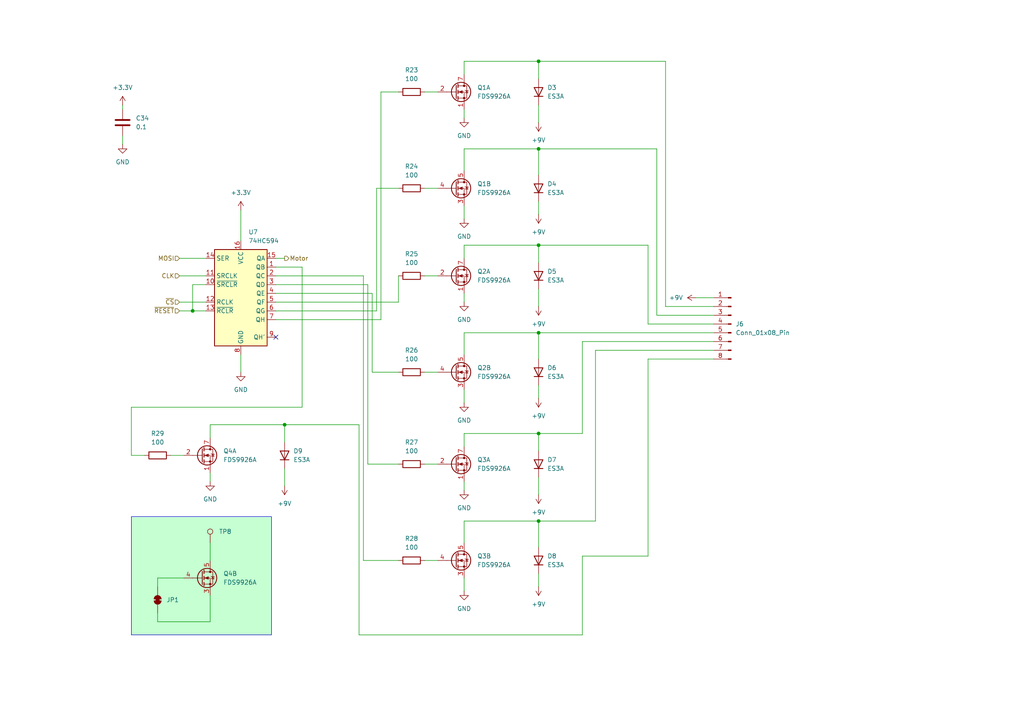
<source format=kicad_sch>
(kicad_sch (version 20231120) (generator "eeschema") (generator_version "8.0")
  (paper "A4")
  (title_block (title "Valves interface") (company "RoboWay"))
  (lib_symbols
    (symbol "74xx:74HC594"
      (property "Reference" "U" (at -7.62 13.97 0))
      (property "Value" "74HC594" (at -7.62 -16.51 0))
      (symbol "74HC594_1_0"
        (pin output line (at 10.16 7.62 180) (length 2.54) (name "QB") (number "1"))
        (pin input line (at -10.16 2.54 0) (length 2.54) (name "~{SRCLR}") (number "10"))
        (pin input line (at -10.16 5.08 0) (length 2.54) (name "SRCLK") (number "11"))
        (pin input line (at -10.16 -2.54 0) (length 2.54) (name "RCLK") (number "12"))
        (pin input line (at -10.16 -5.08 0) (length 2.54) (name "~{RCLR}") (number "13"))
        (pin input line (at -10.16 10.16 0) (length 2.54) (name "SER") (number "14"))
        (pin output line (at 10.16 10.16 180) (length 2.54) (name "QA") (number "15"))
        (pin power_in line (at 0 15.24 270) (length 2.54) (name "VCC") (number "16"))
        (pin output line (at 10.16 5.08 180) (length 2.54) (name "QC") (number "2"))
        (pin output line (at 10.16 2.54 180) (length 2.54) (name "QD") (number "3"))
        (pin output line (at 10.16 0 180) (length 2.54) (name "QE") (number "4"))
        (pin output line (at 10.16 -2.54 180) (length 2.54) (name "QF") (number "5"))
        (pin output line (at 10.16 -5.08 180) (length 2.54) (name "QG") (number "6"))
        (pin output line (at 10.16 -7.62 180) (length 2.54) (name "QH") (number "7"))
        (pin power_in line (at 0 -17.78 90) (length 2.54) (name "GND") (number "8"))
        (pin output line (at 10.16 -12.7 180) (length 2.54) (name "QH'") (number "9"))
      )
      (symbol "74HC594_1_1"
        (rectangle (start -7.62 12.7) (end 7.62 -15.24) (stroke (width 0.254)) (fill (type background)))
      )
    )
    (symbol "Connector:Conn_01x08_Pin" (pin_names (offset 1.016) hide)
      (property "Reference" "J" (at 0 10.16 0))
      (property "Value" "Conn_01x08_Pin" (at 0 -12.7 0))
      (symbol "Conn_01x08_Pin_1_1"
        (polyline (pts (xy 1.27 -10.16) (xy 0.8636 -10.16)) (stroke (width 0.1524)))
        (polyline (pts (xy 1.27 -7.62) (xy 0.8636 -7.62)) (stroke (width 0.1524)))
        (polyline (pts (xy 1.27 -5.08) (xy 0.8636 -5.08)) (stroke (width 0.1524)))
        (polyline (pts (xy 1.27 -2.54) (xy 0.8636 -2.54)) (stroke (width 0.1524)))
        (polyline (pts (xy 1.27 0) (xy 0.8636 0)) (stroke (width 0.1524)))
        (polyline (pts (xy 1.27 2.54) (xy 0.8636 2.54)) (stroke (width 0.1524)))
        (polyline (pts (xy 1.27 5.08) (xy 0.8636 5.08)) (stroke (width 0.1524)))
        (polyline (pts (xy 1.27 7.62) (xy 0.8636 7.62)) (stroke (width 0.1524)))
        (rectangle (start 0.8636 -10.033) (end 0 -10.287) (stroke (width 0.1524)) (fill (type outline)))
        (rectangle (start 0.8636 -7.493) (end 0 -7.747) (stroke (width 0.1524)) (fill (type outline)))
        (rectangle (start 0.8636 -4.953) (end 0 -5.207) (stroke (width 0.1524)) (fill (type outline)))
        (rectangle (start 0.8636 -2.413) (end 0 -2.667) (stroke (width 0.1524)) (fill (type outline)))
        (rectangle (start 0.8636 0.127) (end 0 -0.127) (stroke (width 0.1524)) (fill (type outline)))
        (rectangle (start 0.8636 2.667) (end 0 2.413) (stroke (width 0.1524)) (fill (type outline)))
        (rectangle (start 0.8636 5.207) (end 0 4.953) (stroke (width 0.1524)) (fill (type outline)))
        (rectangle (start 0.8636 7.747) (end 0 7.493) (stroke (width 0.1524)) (fill (type outline)))
        (pin passive line (at 5.08 7.62 180) (length 3.81) (name "Pin_1") (number "1"))
        (pin passive line (at 5.08 5.08 180) (length 3.81) (name "Pin_2") (number "2"))
        (pin passive line (at 5.08 2.54 180) (length 3.81) (name "Pin_3") (number "3"))
        (pin passive line (at 5.08 0 180) (length 3.81) (name "Pin_4") (number "4"))
        (pin passive line (at 5.08 -2.54 180) (length 3.81) (name "Pin_5") (number "5"))
        (pin passive line (at 5.08 -5.08 180) (length 3.81) (name "Pin_6") (number "6"))
        (pin passive line (at 5.08 -7.62 180) (length 3.81) (name "Pin_7") (number "7"))
        (pin passive line (at 5.08 -10.16 180) (length 3.81) (name "Pin_8") (number "8"))
      )
    )
    (symbol "Connector:TestPoint" (pin_numbers hide) (pin_names (offset 0.762) hide)
      (property "Reference" "TP" (at 0 6.858 0))
      (property "Value" "TestPoint" (at 0 5.08 0))
      (symbol "TestPoint_0_1"
        (circle (center 0 3.302) (radius 0.762))
      )
      (symbol "TestPoint_1_1"
        (pin passive line (at 0 0 90) (length 2.54) (name "1") (number "1"))
      )
    )
    (symbol "Device:C" (pin_numbers hide) (pin_names (offset 0.254))
      (property "Reference" "C" (at 0.635 2.54 0))
      (property "Value" "C" (at 0.635 -2.54 0))
      (symbol "C_0_1"
        (polyline (pts (xy -2.032 -0.762) (xy 2.032 -0.762)) (stroke (width 0.508)))
        (polyline (pts (xy -2.032 0.762) (xy 2.032 0.762)) (stroke (width 0.508)))
      )
      (symbol "C_1_1"
        (pin passive line (at 0 3.81 270) (length 2.794) (name "~") (number "1"))
        (pin passive line (at 0 -3.81 90) (length 2.794) (name "~") (number "2"))
      )
    )
    (symbol "Device:D" (pin_numbers hide) (pin_names (offset 1.016) hide)
      (property "Reference" "D" (at 0 2.54 0))
      (property "Value" "D" (at 0 -2.54 0))
      (symbol "D_0_1"
        (polyline (pts (xy -1.27 1.27) (xy -1.27 -1.27)) (stroke (width 0.254)))
        (polyline (pts (xy 1.27 0) (xy -1.27 0)))
        (polyline (pts (xy 1.27 1.27) (xy 1.27 -1.27) (xy -1.27 0) (xy 1.27 1.27)) (stroke (width 0.254)))
      )
      (symbol "D_1_1"
        (pin passive line (at -3.81 0 0) (length 2.54) (name "K") (number "1"))
        (pin passive line (at 3.81 0 180) (length 2.54) (name "A") (number "2"))
      )
    )
    (symbol "Device:R" (pin_numbers hide) (pin_names (offset 0))
      (property "Reference" "R" (at 2.032 0 90))
      (property "Value" "R" (at 0 0 90))
      (symbol "R_0_1"
        (rectangle (start -1.016 -2.54) (end 1.016 2.54) (stroke (width 0.254)))
      )
      (symbol "R_1_1"
        (pin passive line (at 0 3.81 270) (length 1.27) (name "~") (number "1"))
        (pin passive line (at 0 -3.81 90) (length 1.27) (name "~") (number "2"))
      )
    )
    (symbol "Jumper:SolderJumper_2_Bridged" (pin_numbers hide) (pin_names (offset 0) hide) (exclude_from_sim yes) (in_bom no)
      (property "Reference" "JP" (at 0 2.032 0))
      (property "Value" "SolderJumper_2_Bridged" (at 0 -2.54 0))
      (symbol "SolderJumper_2_Bridged_0_1"
        (rectangle (start -0.508 0.508) (end 0.508 -0.508) (fill (type outline)))
        (arc (start -0.254 1.016) (mid -1.2656 0) (end -0.254 -1.016))
        (arc (start -0.254 1.016) (mid -1.2656 0) (end -0.254 -1.016) (fill (type outline)))
        (polyline (pts (xy -0.254 1.016) (xy -0.254 -1.016)))
        (polyline (pts (xy 0.254 1.016) (xy 0.254 -1.016)))
        (arc (start 0.254 -1.016) (mid 1.2656 0) (end 0.254 1.016))
        (arc (start 0.254 -1.016) (mid 1.2656 0) (end 0.254 1.016) (fill (type outline)))
      )
      (symbol "SolderJumper_2_Bridged_1_1"
        (pin passive line (at -3.81 0 0) (length 2.54) (name "A") (number "1"))
        (pin passive line (at 3.81 0 180) (length 2.54) (name "B") (number "2"))
      )
    )
    (symbol "Transistor_FET:FDS9926A" (pin_names hide)
      (property "Reference" "Q" (at 5.08 1.905 0))
      (property "Value" "FDS9926A" (at 5.08 0 0))
      (symbol "FDS9926A_0_1"
        (polyline (pts (xy 0.254 0) (xy -2.54 0)))
        (polyline (pts (xy 0.254 1.905) (xy 0.254 -1.905)) (stroke (width 0.254)))
        (polyline (pts (xy 0.762 -1.27) (xy 0.762 -2.286)) (stroke (width 0.254)))
        (polyline (pts (xy 0.762 0.508) (xy 0.762 -0.508)) (stroke (width 0.254)))
        (polyline (pts (xy 0.762 2.286) (xy 0.762 1.27)) (stroke (width 0.254)))
        (polyline (pts (xy 2.54 2.54) (xy 2.54 1.778)))
        (polyline (pts (xy 2.54 -2.54) (xy 2.54 0) (xy 0.762 0)))
        (polyline (pts (xy 0.762 -1.778) (xy 3.302 -1.778) (xy 3.302 1.778) (xy 0.762 1.778)))
        (polyline (pts (xy 1.016 0) (xy 2.032 0.381) (xy 2.032 -0.381) (xy 1.016 0)) (fill (type outline)))
        (polyline (pts (xy 2.794 0.508) (xy 2.921 0.381) (xy 3.683 0.381) (xy 3.81 0.254)))
        (polyline (pts (xy 3.302 0.381) (xy 2.921 -0.254) (xy 3.683 -0.254) (xy 3.302 0.381)))
        (circle (center 1.651 0) (radius 2.794) (stroke (width 0.254)))
        (circle (center 2.54 -1.778) (radius 0.254) (fill (type outline)))
        (circle (center 2.54 1.778) (radius 0.254) (fill (type outline)))
      )
      (symbol "FDS9926A_1_1"
        (pin passive line (at 2.54 -5.08 90) (length 2.54) (name "S1") (number "1"))
        (pin passive line (at -5.08 0 0) (length 2.54) (name "G1") (number "2"))
        (pin passive line (at 2.54 5.08 270) (length 2.54) (name "D1") (number "7"))
        (pin passive line (at 2.54 5.08 270) (length 2.54) hide (name "D1") (number "8"))
      )
      (symbol "FDS9926A_2_1"
        (pin passive line (at 2.54 -5.08 90) (length 2.54) (name "S2") (number "3"))
        (pin passive line (at -5.08 0 0) (length 2.54) (name "G2") (number "4"))
        (pin passive line (at 2.54 5.08 270) (length 2.54) (name "D2") (number "5"))
        (pin passive line (at 2.54 5.08 270) (length 2.54) hide (name "D2") (number "6"))
      )
    )
    (symbol "power:+3.3V" (power) (pin_numbers hide) (pin_names (offset 0) hide)
      (property "Value" "+3.3V" (at 0 3.556 0))
      (symbol "+3.3V_0_1"
        (polyline (pts (xy -0.762 1.27) (xy 0 2.54)))
        (polyline (pts (xy 0 0) (xy 0 2.54)))
        (polyline (pts (xy 0 2.54) (xy 0.762 1.27)))
      )
      (symbol "+3.3V_1_1"
        (pin power_in line (at 0 0 90) (length 0) (name "~") (number "1"))
      )
    )
    (symbol "power:+9V" (power) (pin_numbers hide) (pin_names (offset 0) hide)
      (property "Value" "+9V" (at 0 3.556 0))
      (symbol "+9V_0_1"
        (polyline (pts (xy -0.762 1.27) (xy 0 2.54)))
        (polyline (pts (xy 0 0) (xy 0 2.54)))
        (polyline (pts (xy 0 2.54) (xy 0.762 1.27)))
      )
      (symbol "+9V_1_1"
        (pin power_in line (at 0 0 90) (length 0) (name "~") (number "1"))
      )
    )
    (symbol "power:GND" (power) (pin_numbers hide) (pin_names (offset 0) hide)
      (property "Value" "GND" (at 0 -3.81 0))
      (symbol "GND_0_1"
        (polyline (pts (xy 0 0) (xy 0 -1.27) (xy 1.27 -1.27) (xy 0 -2.54) (xy -1.27 -1.27) (xy 0 -1.27)))
      )
      (symbol "GND_1_1"
        (pin power_in line (at 0 0 270) (length 0) (name "~") (number "1"))
      )
    )
  )
  (junction (at 156.21 96.52))
  (junction (at 55.88 90.17))
  (junction (at 156.21 151.13))
  (junction (at 82.55 123.19))
  (junction (at 156.21 71.12))
  (junction (at 156.21 43.18))
  (junction (at 156.21 125.73))
  (junction (at 156.21 17.78))
  (no_connect (at 80.01 97.79))
  (wire (pts (xy 45.72 180.34) (xy 60.96 180.34)))
  (wire (pts (xy 80.01 92.71) (xy 110.49 92.71)))
  (wire (pts (xy 156.21 50.8) (xy 156.21 43.18)))
  (wire (pts (xy 134.62 49.53) (xy 134.62 43.18)))
  (wire (pts (xy 110.49 26.67) (xy 110.49 92.71)))
  (wire (pts (xy 106.68 82.55) (xy 106.68 134.62)))
  (wire (pts (xy 59.69 82.55) (xy 55.88 82.55)))
  (wire (pts (xy 168.91 99.06) (xy 207.01 99.06)))
  (wire (pts (xy 168.91 161.29) (xy 187.96 161.29)))
  (wire (pts (xy 156.21 96.52) (xy 207.01 96.52)))
  (wire (pts (xy 123.19 107.95) (xy 127 107.95)))
  (wire (pts (xy 49.53 132.08) (xy 53.34 132.08)))
  (wire (pts (xy 80.01 85.09) (xy 107.95 85.09)))
  (wire (pts (xy 156.21 166.37) (xy 156.21 170.18)))
  (wire (pts (xy 60.96 123.19) (xy 82.55 123.19)))
  (wire (pts (xy 69.85 60.96) (xy 69.85 69.85)))
  (wire (pts (xy 115.57 87.63) (xy 115.57 80.01)))
  (wire (pts (xy 105.41 80.01) (xy 105.41 162.56)))
  (wire (pts (xy 45.72 177.8) (xy 45.72 180.34)))
  (wire (pts (xy 134.62 113.03) (xy 134.62 116.84)))
  (wire (pts (xy 156.21 71.12) (xy 156.21 76.2)))
  (wire (pts (xy 60.96 172.72) (xy 60.96 180.34)))
  (wire (pts (xy 107.95 107.95) (xy 115.57 107.95)))
  (wire (pts (xy 52.07 90.17) (xy 55.88 90.17)))
  (wire (pts (xy 110.49 26.67) (xy 115.57 26.67)))
  (wire (pts (xy 60.96 162.56) (xy 60.96 157.48)))
  (wire (pts (xy 156.21 83.82) (xy 156.21 88.9)))
  (wire (pts (xy 87.63 118.11) (xy 38.1 118.11)))
  (wire (pts (xy 38.1 118.11) (xy 38.1 132.08)))
  (wire (pts (xy 60.96 137.16) (xy 60.96 139.7)))
  (wire (pts (xy 107.95 85.09) (xy 107.95 107.95)))
  (wire (pts (xy 134.62 125.73) (xy 156.21 125.73)))
  (wire (pts (xy 87.63 77.47) (xy 80.01 77.47)))
  (wire (pts (xy 52.07 80.01) (xy 59.69 80.01)))
  (wire (pts (xy 82.55 123.19) (xy 104.14 123.19)))
  (wire (pts (xy 134.62 21.59) (xy 134.62 17.78)))
  (wire (pts (xy 156.21 158.75) (xy 156.21 151.13)))
  (wire (pts (xy 123.19 26.67) (xy 127 26.67)))
  (wire (pts (xy 52.07 87.63) (xy 59.69 87.63)))
  (wire (pts (xy 134.62 71.12) (xy 156.21 71.12)))
  (wire (pts (xy 134.62 59.69) (xy 134.62 63.5)))
  (wire (pts (xy 60.96 127) (xy 60.96 123.19)))
  (wire (pts (xy 80.01 87.63) (xy 115.57 87.63)))
  (wire (pts (xy 106.68 134.62) (xy 115.57 134.62)))
  (wire (pts (xy 156.21 17.78) (xy 193.04 17.78)))
  (wire (pts (xy 172.72 101.6) (xy 207.01 101.6)))
  (wire (pts (xy 201.93 86.36) (xy 207.01 86.36)))
  (wire (pts (xy 134.62 85.09) (xy 134.62 87.63)))
  (wire (pts (xy 168.91 184.15) (xy 168.91 161.29)))
  (wire (pts (xy 123.19 80.01) (xy 127 80.01)))
  (wire (pts (xy 82.55 123.19) (xy 82.55 128.27)))
  (wire (pts (xy 134.62 31.75) (xy 134.62 34.29)))
  (wire (pts (xy 104.14 184.15) (xy 168.91 184.15)))
  (wire (pts (xy 156.21 104.14) (xy 156.21 96.52)))
  (wire (pts (xy 52.07 74.93) (xy 59.69 74.93)))
  (wire (pts (xy 156.21 111.76) (xy 156.21 115.57)))
  (wire (pts (xy 134.62 74.93) (xy 134.62 71.12)))
  (wire (pts (xy 105.41 162.56) (xy 115.57 162.56)))
  (wire (pts (xy 38.1 132.08) (xy 41.91 132.08)))
  (wire (pts (xy 156.21 71.12) (xy 187.96 71.12)))
  (wire (pts (xy 123.19 54.61) (xy 127 54.61)))
  (wire (pts (xy 134.62 43.18) (xy 156.21 43.18)))
  (wire (pts (xy 190.5 91.44) (xy 207.01 91.44)))
  (wire (pts (xy 156.21 30.48) (xy 156.21 35.56)))
  (wire (pts (xy 187.96 161.29) (xy 187.96 104.14)))
  (wire (pts (xy 55.88 82.55) (xy 55.88 90.17)))
  (wire (pts (xy 45.72 170.18) (xy 45.72 167.64)))
  (wire (pts (xy 134.62 157.48) (xy 134.62 151.13)))
  (wire (pts (xy 104.14 123.19) (xy 104.14 184.15)))
  (wire (pts (xy 80.01 90.17) (xy 109.22 90.17)))
  (wire (pts (xy 134.62 167.64) (xy 134.62 171.45)))
  (wire (pts (xy 109.22 54.61) (xy 115.57 54.61)))
  (wire (pts (xy 207.01 88.9) (xy 193.04 88.9)))
  (wire (pts (xy 109.22 54.61) (xy 109.22 90.17)))
  (wire (pts (xy 134.62 17.78) (xy 156.21 17.78)))
  (wire (pts (xy 190.5 43.18) (xy 190.5 91.44)))
  (wire (pts (xy 134.62 102.87) (xy 134.62 96.52)))
  (wire (pts (xy 134.62 151.13) (xy 156.21 151.13)))
  (wire (pts (xy 35.56 41.91) (xy 35.56 39.37)))
  (wire (pts (xy 69.85 102.87) (xy 69.85 107.95)))
  (wire (pts (xy 156.21 43.18) (xy 190.5 43.18)))
  (wire (pts (xy 123.19 134.62) (xy 127 134.62)))
  (wire (pts (xy 35.56 30.48) (xy 35.56 31.75)))
  (wire (pts (xy 156.21 125.73) (xy 156.21 130.81)))
  (wire (pts (xy 55.88 90.17) (xy 59.69 90.17)))
  (wire (pts (xy 168.91 125.73) (xy 168.91 99.06)))
  (wire (pts (xy 82.55 74.93) (xy 80.01 74.93)))
  (wire (pts (xy 156.21 58.42) (xy 156.21 62.23)))
  (wire (pts (xy 82.55 135.89) (xy 82.55 140.97)))
  (wire (pts (xy 134.62 129.54) (xy 134.62 125.73)))
  (wire (pts (xy 156.21 138.43) (xy 156.21 143.51)))
  (wire (pts (xy 87.63 77.47) (xy 87.63 118.11)))
  (wire (pts (xy 134.62 139.7) (xy 134.62 142.24)))
  (wire (pts (xy 123.19 162.56) (xy 127 162.56)))
  (wire (pts (xy 187.96 93.98) (xy 207.01 93.98)))
  (wire (pts (xy 80.01 80.01) (xy 105.41 80.01)))
  (wire (pts (xy 45.72 167.64) (xy 53.34 167.64)))
  (wire (pts (xy 80.01 82.55) (xy 106.68 82.55)))
  (wire (pts (xy 172.72 151.13) (xy 172.72 101.6)))
  (wire (pts (xy 156.21 125.73) (xy 168.91 125.73)))
  (wire (pts (xy 187.96 104.14) (xy 207.01 104.14)))
  (wire (pts (xy 134.62 96.52) (xy 156.21 96.52)))
  (wire (pts (xy 156.21 17.78) (xy 156.21 22.86)))
  (wire (pts (xy 193.04 88.9) (xy 193.04 17.78)))
  (wire (pts (xy 187.96 71.12) (xy 187.96 93.98)))
  (wire (pts (xy 156.21 151.13) (xy 172.72 151.13)))
  (rectangle (start 38.1 149.86) (end 78.74 184.15) (fill (type color) (color 197 255 210 1)))
  (hierarchical_label "~{CS}" (shape input) (at 52.07 87.63 180))
  (hierarchical_label "CLK" (shape input) (at 52.07 80.01 180))
  (hierarchical_label "~{RESET}" (shape input) (at 52.07 90.17 180))
  (hierarchical_label "Motor" (shape output) (at 82.55 74.93 0))
  (hierarchical_label "MOSI" (shape input) (at 52.07 74.93 180))
  (symbol (lib_id "power:GND") (at 35.56 41.91 0) (unit 1)
    (property "Reference" "#PWR080" (effects (hide yes)))
    (property "Value" "GND" (at 35.56 46.99 0))
    (property "Description" "Power symbol creates a global label with name \"GND\" , ground" (effects (hide yes)))
  )
  (symbol (lib_id "Device:R") (at 119.38 26.67 90) (unit 1)
    (property "Reference" "R23" (at 119.38 20.32 90))
    (property "Value" "100" (at 119.38 22.86 90))
    (property "Footprint" "Resistor_SMD:R_0603_1608Metric_Pad0.98x0.95mm_HandSolder" (effects (hide yes)))
    (property "Description" "Resistor" (effects (hide yes)))
  )
  (symbol (lib_id "power:+3.3V") (at 35.56 30.48 0) (unit 1)
    (property "Reference" "#PWR079" (effects (hide yes)))
    (property "Value" "+3.3V" (at 35.56 25.4 0))
    (property "Description" "Power symbol creates a global label with name \"+3.3V\"" (effects (hide yes)))
  )
  (symbol (lib_id "Transistor_FET:FDS9926A") (at 132.08 54.61 0) (unit 2)
    (property "Reference" "Q1" (at 138.43 53.3399 0) (effects (justify left)))
    (property "Value" "FDS9926A" (at 138.43 55.8799 0) (effects (justify left)))
    (property "Footprint" "Package_SO:SOIC-8_3.9x4.9mm_P1.27mm" (effects (hide yes)))
    (property "Datasheet" "https://www.onsemi.com/pub/Collateral/FDS9926A-D.pdf" (effects (hide yes)))
    (property "Description" "6.5A Id, 20V Vds, Dual N-Channel MOSFET, 30mOhm Ron, SO-8" (effects (hide yes)))
  )
  (symbol (lib_id "power:+9V") (at 156.21 62.23 180) (unit 1)
    (property "Reference" "#PWR062" (effects (hide yes)))
    (property "Value" "+9V" (at 156.21 67.31 0))
    (property "Description" "Power symbol creates a global label with name \"+9V\"" (effects (hide yes)))
  )
  (symbol (lib_id "Device:R") (at 45.72 132.08 90) (unit 1)
    (property "Reference" "R29" (at 45.72 125.73 90))
    (property "Value" "100" (at 45.72 128.27 90))
    (property "Footprint" "Resistor_SMD:R_0603_1608Metric_Pad0.98x0.95mm_HandSolder" (effects (hide yes)))
    (property "Description" "Resistor" (effects (hide yes)))
  )
  (symbol (lib_id "Device:R") (at 119.38 80.01 90) (unit 1)
    (property "Reference" "R25" (at 119.38 73.66 90))
    (property "Value" "100" (at 119.38 76.2 90))
    (property "Footprint" "Resistor_SMD:R_0603_1608Metric_Pad0.98x0.95mm_HandSolder" (effects (hide yes)))
    (property "Description" "Resistor" (effects (hide yes)))
  )
  (symbol (lib_id "Connector:Conn_01x08_Pin") (at 212.09 93.98 0) (mirror y) (unit 1)
    (property "Reference" "J6" (at 213.36 93.9799 0) (effects (justify right)))
    (property "Value" "Conn_01x08_Pin" (at 213.36 96.5199 0) (effects (justify right)))
    (property "Footprint" "locals:CONN-TH_8P-P2.50_XAD-8AS" (effects (hide yes)))
    (property "Description" "Generic connector, single row, 01x08, script generated" (effects (hide yes)))
  )
  (symbol (lib_id "Transistor_FET:FDS9926A") (at 132.08 107.95 0) (unit 2)
    (property "Reference" "Q2" (at 138.43 106.6799 0) (effects (justify left)))
    (property "Value" "FDS9926A" (at 138.43 109.2199 0) (effects (justify left)))
    (property "Footprint" "Package_SO:SOIC-8_3.9x4.9mm_P1.27mm" (effects (hide yes)))
    (property "Datasheet" "https://www.onsemi.com/pub/Collateral/FDS9926A-D.pdf" (effects (hide yes)))
    (property "Description" "6.5A Id, 20V Vds, Dual N-Channel MOSFET, 30mOhm Ron, SO-8" (effects (hide yes)))
  )
  (symbol (lib_id "power:+9V") (at 156.21 143.51 180) (unit 1)
    (property "Reference" "#PWR070" (effects (hide yes)))
    (property "Value" "+9V" (at 156.21 148.59 0))
    (property "Description" "Power symbol creates a global label with name \"+9V\"" (effects (hide yes)))
  )
  (symbol (lib_id "power:GND") (at 134.62 142.24 0) (unit 1)
    (property "Reference" "#PWR068" (effects (hide yes)))
    (property "Value" "GND" (at 134.62 147.32 0))
    (property "Description" "Power symbol creates a global label with name \"GND\" , ground" (effects (hide yes)))
  )
  (symbol (lib_id "power:+9V") (at 82.55 140.97 180) (unit 1)
    (property "Reference" "#PWR074" (effects (hide yes)))
    (property "Value" "+9V" (at 82.55 146.05 0))
    (property "Description" "Power symbol creates a global label with name \"+9V\"" (effects (hide yes)))
  )
  (symbol (lib_id "power:GND") (at 134.62 171.45 0) (unit 1)
    (property "Reference" "#PWR069" (effects (hide yes)))
    (property "Value" "GND" (at 134.62 176.53 0))
    (property "Description" "Power symbol creates a global label with name \"GND\" , ground" (effects (hide yes)))
  )
  (symbol (lib_id "Device:D") (at 156.21 107.95 90) (unit 1)
    (property "Reference" "D6" (at 158.75 106.6799 90) (effects (justify right)))
    (property "Value" "ES3A" (at 158.75 109.2199 90) (effects (justify right)))
    (property "Footprint" "Diode_SMD:D_SMC" (effects (hide yes)))
    (property "Description" "Diode" (effects (hide yes)))
    (property "Sim.Device" "D" (effects (hide yes)))
    (property "Sim.Pins" "1=K 2=A" (effects (hide yes)))
  )
  (symbol (lib_id "power:+9V") (at 156.21 88.9 180) (unit 1)
    (property "Reference" "#PWR066" (effects (hide yes)))
    (property "Value" "+9V" (at 156.21 93.98 0))
    (property "Description" "Power symbol creates a global label with name \"+9V\"" (effects (hide yes)))
  )
  (symbol (lib_id "Transistor_FET:FDS9926A") (at 132.08 26.67 0) (unit 1)
    (property "Reference" "Q1" (at 138.43 25.3999 0) (effects (justify left)))
    (property "Value" "FDS9926A" (at 138.43 27.9399 0) (effects (justify left)))
    (property "Footprint" "Package_SO:SOIC-8_3.9x4.9mm_P1.27mm" (effects (hide yes)))
    (property "Datasheet" "https://www.onsemi.com/pub/Collateral/FDS9926A-D.pdf" (effects (hide yes)))
    (property "Description" "6.5A Id, 20V Vds, Dual N-Channel MOSFET, 30mOhm Ron, SO-8" (effects (hide yes)))
  )
  (symbol (lib_id "Device:D") (at 82.55 132.08 90) (unit 1)
    (property "Reference" "D9" (at 85.09 130.8099 90) (effects (justify right)))
    (property "Value" "ES3A" (at 85.09 133.3499 90) (effects (justify right)))
    (property "Footprint" "Diode_SMD:D_SMC" (effects (hide yes)))
    (property "Description" "Diode" (effects (hide yes)))
    (property "Sim.Device" "D" (effects (hide yes)))
    (property "Sim.Pins" "1=K 2=A" (effects (hide yes)))
  )
  (symbol (lib_id "Device:C") (at 35.56 35.56 0) (unit 1)
    (property "Reference" "C34" (at 39.37 34.2899 0) (effects (justify left)))
    (property "Value" "0.1" (at 39.37 36.8299 0) (effects (justify left)))
    (property "Footprint" "Capacitor_SMD:C_0603_1608Metric_Pad1.08x0.95mm_HandSolder" (effects (hide yes)))
    (property "Description" "Unpolarized capacitor" (effects (hide yes)))
  )
  (symbol (lib_id "Device:R") (at 119.38 134.62 90) (unit 1)
    (property "Reference" "R27" (at 119.38 128.27 90))
    (property "Value" "100" (at 119.38 130.81 90))
    (property "Footprint" "Resistor_SMD:R_0603_1608Metric_Pad0.98x0.95mm_HandSolder" (effects (hide yes)))
    (property "Description" "Resistor" (effects (hide yes)))
  )
  (symbol (lib_id "74xx:74HC594") (at 69.85 85.09 0) (unit 1)
    (property "Reference" "U7" (at 72.0441 67.31 0) (effects (justify left)))
    (property "Value" "74HC594" (at 72.0441 69.85 0) (effects (justify left)))
    (property "Footprint" "easyeda2kicad:SOIC-16_L9.9-W3.9-P1.27-LS6.0-BL" (effects (hide yes)))
    (property "Datasheet" "https://www.ti.com/lit/ds/symlink/sn74hc594.pdf" (effects (hide yes)))
    (property "Description" "8-Bit Shift Registers With Output Registers" (effects (hide yes)))
  )
  (symbol (lib_id "power:GND") (at 69.85 107.95 0) (unit 1)
    (property "Reference" "#PWR057" (effects (hide yes)))
    (property "Value" "GND" (at 69.85 113.03 0))
    (property "Description" "Power symbol creates a global label with name \"GND\" , ground" (effects (hide yes)))
  )
  (symbol (lib_id "Connector:TestPoint") (at 60.96 157.48 0) (unit 1)
    (property "Reference" "TP8" (at 63.5 154.1779 0) (effects (justify left)))
    (property "Value" "TestPoint" (effects (hide yes)))
    (property "Footprint" "TestPoint:TestPoint_Pad_1.0x1.0mm" (effects (hide yes)))
    (property "Description" "test point" (effects (hide yes)))
  )
  (symbol (lib_id "Device:D") (at 156.21 26.67 90) (unit 1)
    (property "Reference" "D3" (at 158.75 25.3999 90) (effects (justify right)))
    (property "Value" "ES3A" (at 158.75 27.9399 90) (effects (justify right)))
    (property "Footprint" "Diode_SMD:D_SMC" (effects (hide yes)))
    (property "Description" "Diode" (effects (hide yes)))
    (property "Sim.Device" "D" (effects (hide yes)))
    (property "Sim.Pins" "1=K 2=A" (effects (hide yes)))
  )
  (symbol (lib_id "Jumper:SolderJumper_2_Bridged") (at 45.72 173.99 90) (unit 1) (exclude_from_sim yes) (in_bom no)
    (property "Reference" "JP1" (at 48.26 173.9899 90) (effects (justify right)))
    (property "Value" "SolderJumper_2_Bridged" (effects (hide yes)))
    (property "Footprint" "Jumper:SolderJumper-2_P1.3mm_Bridged2Bar_RoundedPad1.0x1.5mm" (effects (hide yes)))
    (property "Description" "Solder Jumper, 2-pole, closed/bridged" (effects (hide yes)))
  )
  (symbol (lib_id "Transistor_FET:FDS9926A") (at 132.08 134.62 0) (unit 1)
    (property "Reference" "Q3" (at 138.43 133.3499 0) (effects (justify left)))
    (property "Value" "FDS9926A" (at 138.43 135.8899 0) (effects (justify left)))
    (property "Footprint" "Package_SO:SOIC-8_3.9x4.9mm_P1.27mm" (effects (hide yes)))
    (property "Datasheet" "https://www.onsemi.com/pub/Collateral/FDS9926A-D.pdf" (effects (hide yes)))
    (property "Description" "6.5A Id, 20V Vds, Dual N-Channel MOSFET, 30mOhm Ron, SO-8" (effects (hide yes)))
  )
  (symbol (lib_id "Device:D") (at 156.21 54.61 90) (unit 1)
    (property "Reference" "D4" (at 158.75 53.3399 90) (effects (justify right)))
    (property "Value" "ES3A" (at 158.75 55.8799 90) (effects (justify right)))
    (property "Footprint" "Diode_SMD:D_SMC" (effects (hide yes)))
    (property "Description" "Diode" (effects (hide yes)))
    (property "Sim.Device" "D" (effects (hide yes)))
    (property "Sim.Pins" "1=K 2=A" (effects (hide yes)))
  )
  (symbol (lib_id "Device:D") (at 156.21 134.62 90) (unit 1)
    (property "Reference" "D7" (at 158.75 133.3499 90) (effects (justify right)))
    (property "Value" "ES3A" (at 158.75 135.8899 90) (effects (justify right)))
    (property "Footprint" "Diode_SMD:D_SMC" (effects (hide yes)))
    (property "Description" "Diode" (effects (hide yes)))
    (property "Sim.Device" "D" (effects (hide yes)))
    (property "Sim.Pins" "1=K 2=A" (effects (hide yes)))
  )
  (symbol (lib_id "power:+9V") (at 156.21 35.56 180) (unit 1)
    (property "Reference" "#PWR061" (effects (hide yes)))
    (property "Value" "+9V" (at 156.21 40.64 0))
    (property "Description" "Power symbol creates a global label with name \"+9V\"" (effects (hide yes)))
  )
  (symbol (lib_id "Transistor_FET:FDS9926A") (at 132.08 80.01 0) (unit 1)
    (property "Reference" "Q2" (at 138.43 78.7399 0) (effects (justify left)))
    (property "Value" "FDS9926A" (at 138.43 81.2799 0) (effects (justify left)))
    (property "Footprint" "Package_SO:SOIC-8_3.9x4.9mm_P1.27mm" (effects (hide yes)))
    (property "Datasheet" "https://www.onsemi.com/pub/Collateral/FDS9926A-D.pdf" (effects (hide yes)))
    (property "Description" "6.5A Id, 20V Vds, Dual N-Channel MOSFET, 30mOhm Ron, SO-8" (effects (hide yes)))
  )
  (symbol (lib_id "power:GND") (at 134.62 116.84 0) (unit 1)
    (property "Reference" "#PWR065" (effects (hide yes)))
    (property "Value" "GND" (at 134.62 121.92 0))
    (property "Description" "Power symbol creates a global label with name \"GND\" , ground" (effects (hide yes)))
  )
  (symbol (lib_id "Device:R") (at 119.38 107.95 90) (unit 1)
    (property "Reference" "R26" (at 119.38 101.6 90))
    (property "Value" "100" (at 119.38 104.14 90))
    (property "Footprint" "Resistor_SMD:R_0603_1608Metric_Pad0.98x0.95mm_HandSolder" (effects (hide yes)))
    (property "Description" "Resistor" (effects (hide yes)))
  )
  (symbol (lib_id "Device:R") (at 119.38 162.56 90) (unit 1)
    (property "Reference" "R28" (at 119.38 156.21 90))
    (property "Value" "100" (at 119.38 158.75 90))
    (property "Footprint" "Resistor_SMD:R_0603_1608Metric_Pad0.98x0.95mm_HandSolder" (effects (hide yes)))
    (property "Description" "Resistor" (effects (hide yes)))
  )
  (symbol (lib_id "power:+9V") (at 156.21 115.57 180) (unit 1)
    (property "Reference" "#PWR067" (effects (hide yes)))
    (property "Value" "+9V" (at 156.21 120.65 0))
    (property "Description" "Power symbol creates a global label with name \"+9V\"" (effects (hide yes)))
  )
  (symbol (lib_id "Device:D") (at 156.21 162.56 90) (unit 1)
    (property "Reference" "D8" (at 158.75 161.2899 90) (effects (justify right)))
    (property "Value" "ES3A" (at 158.75 163.8299 90) (effects (justify right)))
    (property "Footprint" "Diode_SMD:D_SMC" (effects (hide yes)))
    (property "Description" "Diode" (effects (hide yes)))
    (property "Sim.Device" "D" (effects (hide yes)))
    (property "Sim.Pins" "1=K 2=A" (effects (hide yes)))
  )
  (symbol (lib_id "Transistor_FET:FDS9926A") (at 132.08 162.56 0) (unit 2)
    (property "Reference" "Q3" (at 138.43 161.2899 0) (effects (justify left)))
    (property "Value" "FDS9926A" (at 138.43 163.8299 0) (effects (justify left)))
    (property "Footprint" "Package_SO:SOIC-8_3.9x4.9mm_P1.27mm" (effects (hide yes)))
    (property "Datasheet" "https://www.onsemi.com/pub/Collateral/FDS9926A-D.pdf" (effects (hide yes)))
    (property "Description" "6.5A Id, 20V Vds, Dual N-Channel MOSFET, 30mOhm Ron, SO-8" (effects (hide yes)))
  )
  (symbol (lib_id "power:+9V") (at 156.21 170.18 180) (unit 1)
    (property "Reference" "#PWR071" (effects (hide yes)))
    (property "Value" "+9V" (at 156.21 175.26 0))
    (property "Description" "Power symbol creates a global label with name \"+9V\"" (effects (hide yes)))
  )
  (symbol (lib_id "power:+3.3V") (at 69.85 60.96 0) (unit 1)
    (property "Reference" "#PWR058" (effects (hide yes)))
    (property "Value" "+3.3V" (at 69.85 55.88 0))
    (property "Description" "Power symbol creates a global label with name \"+3.3V\"" (effects (hide yes)))
  )
  (symbol (lib_id "power:GND") (at 134.62 87.63 0) (unit 1)
    (property "Reference" "#PWR064" (effects (hide yes)))
    (property "Value" "GND" (at 134.62 92.71 0))
    (property "Description" "Power symbol creates a global label with name \"GND\" , ground" (effects (hide yes)))
  )
  (symbol (lib_id "power:GND") (at 134.62 63.5 0) (unit 1)
    (property "Reference" "#PWR060" (effects (hide yes)))
    (property "Value" "GND" (at 134.62 68.58 0))
    (property "Description" "Power symbol creates a global label with name \"GND\" , ground" (effects (hide yes)))
  )
  (symbol (lib_id "Device:R") (at 119.38 54.61 90) (unit 1)
    (property "Reference" "R24" (at 119.38 48.26 90))
    (property "Value" "100" (at 119.38 50.8 90))
    (property "Footprint" "Resistor_SMD:R_0603_1608Metric_Pad0.98x0.95mm_HandSolder" (effects (hide yes)))
    (property "Description" "Resistor" (effects (hide yes)))
  )
  (symbol (lib_id "power:+9V") (at 201.93 86.36 90) (unit 1)
    (property "Reference" "#PWR073" (effects (hide yes)))
    (property "Value" "+9V" (at 198.12 86.3599 90) (effects (justify left)))
    (property "Description" "Power symbol creates a global label with name \"+9V\"" (effects (hide yes)))
  )
  (symbol (lib_id "Transistor_FET:FDS9926A") (at 58.42 132.08 0) (unit 1)
    (property "Reference" "Q4" (at 64.77 130.8099 0) (effects (justify left)))
    (property "Value" "FDS9926A" (at 64.77 133.3499 0) (effects (justify left)))
    (property "Footprint" "Package_SO:SOIC-8_3.9x4.9mm_P1.27mm" (effects (hide yes)))
    (property "Datasheet" "https://www.onsemi.com/pub/Collateral/FDS9926A-D.pdf" (effects (hide yes)))
    (property "Description" "6.5A Id, 20V Vds, Dual N-Channel MOSFET, 30mOhm Ron, SO-8" (effects (hide yes)))
  )
  (symbol (lib_id "Transistor_FET:FDS9926A") (at 58.42 167.64 0) (unit 2)
    (property "Reference" "Q4" (at 64.77 166.3699 0) (effects (justify left)))
    (property "Value" "FDS9926A" (at 64.77 168.9099 0) (effects (justify left)))
    (property "Footprint" "Package_SO:SOIC-8_3.9x4.9mm_P1.27mm" (effects (hide yes)))
    (property "Datasheet" "https://www.onsemi.com/pub/Collateral/FDS9926A-D.pdf" (effects (hide yes)))
    (property "Description" "6.5A Id, 20V Vds, Dual N-Channel MOSFET, 30mOhm Ron, SO-8" (effects (hide yes)))
  )
  (symbol (lib_id "power:GND") (at 134.62 34.29 0) (unit 1)
    (property "Reference" "#PWR059" (effects (hide yes)))
    (property "Value" "GND" (at 134.62 39.37 0))
    (property "Description" "Power symbol creates a global label with name \"GND\" , ground" (effects (hide yes)))
  )
  (symbol (lib_id "Device:D") (at 156.21 80.01 90) (unit 1)
    (property "Reference" "D5" (at 158.75 78.7399 90) (effects (justify right)))
    (property "Value" "ES3A" (at 158.75 81.2799 90) (effects (justify right)))
    (property "Footprint" "Diode_SMD:D_SMC" (effects (hide yes)))
    (property "Description" "Diode" (effects (hide yes)))
    (property "Sim.Device" "D" (effects (hide yes)))
    (property "Sim.Pins" "1=K 2=A" (effects (hide yes)))
  )
  (symbol (lib_id "power:GND") (at 60.96 139.7 0) (unit 1)
    (property "Reference" "#PWR072" (effects (hide yes)))
    (property "Value" "GND" (at 60.96 144.78 0))
    (property "Description" "Power symbol creates a global label with name \"GND\" , ground" (effects (hide yes)))
  )
)
</source>
